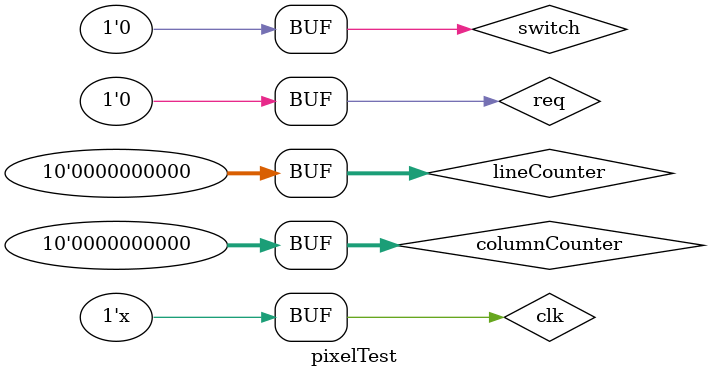
<source format=v>
`timescale 1ns / 1ps


module pixelTest;

	// Inputs
	reg clk;
	reg [9:0] columnCounter;
	reg [9:0] lineCounter;
	reg switch;
	reg req;

	// Outputs
	wire [7:0] pixel;

	// Instantiate the Unit Under Test (UUT)
	Pixel_Gen uut (
		.clk(clk), 
		.columnCounter(columnCounter), 
		.lineCounter(lineCounter), 
		.switch(switch), 
		.req(req), 
		.pixel(pixel)
	);

	initial begin
		// Initialize Inputs
		clk = 0;
		columnCounter = 0;
		lineCounter = 0;
		switch = 0;
		req = 0;

		// Wait 100 ns for global reset to finish
		#100;

		// Add stimulus here

	end
always begin #2 clk = ~clk;
end
      
endmodule


</source>
